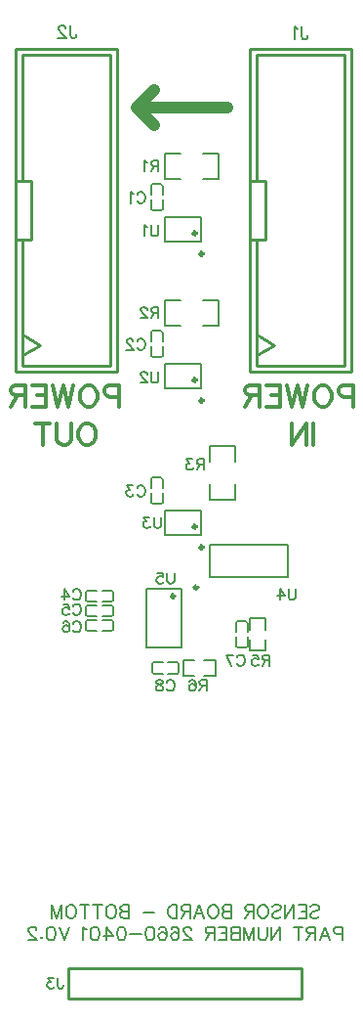
<source format=gbo>
G04 Layer: BottomSilkscreenLayer*
G04 EasyEDA v6.5.42, 2024-03-10 10:04:45*
G04 fe9a7845ffe14e3b902077880b4d51a8,5a6b42c53f6a479593ecc07194224c93,10*
G04 Gerber Generator version 0.2*
G04 Scale: 100 percent, Rotated: No, Reflected: No *
G04 Dimensions in millimeters *
G04 leading zeros omitted , absolute positions ,4 integer and 5 decimal *
%FSLAX45Y45*%
%MOMM*%

%ADD10C,0.1524*%
%ADD11C,0.2032*%
%ADD12C,0.3000*%
%ADD13C,1.0000*%
%ADD14C,0.2540*%
%ADD15C,0.0104*%

%LPD*%
D10*
X1074818Y6605981D02*
G01*
X1079362Y6615071D01*
X1088453Y6624162D01*
X1097546Y6628709D01*
X1115728Y6628709D01*
X1124818Y6624162D01*
X1133909Y6615071D01*
X1138453Y6605981D01*
X1143000Y6592346D01*
X1143000Y6569618D01*
X1138453Y6555981D01*
X1133909Y6546890D01*
X1124818Y6537799D01*
X1115728Y6533253D01*
X1097546Y6533253D01*
X1088453Y6537799D01*
X1079362Y6546890D01*
X1074818Y6555981D01*
X999363Y6628709D02*
G01*
X1044818Y6565071D01*
X976637Y6565071D01*
X999363Y6628709D02*
G01*
X999363Y6533253D01*
D11*
X3416300Y3702489D02*
G01*
X3416300Y3587945D01*
X3416300Y3702489D02*
G01*
X3367209Y3702489D01*
X3350846Y3697036D01*
X3345390Y3691582D01*
X3339937Y3680673D01*
X3339937Y3664308D01*
X3345390Y3653398D01*
X3350846Y3647945D01*
X3367209Y3642489D01*
X3416300Y3642489D01*
X3260300Y3702489D02*
G01*
X3303935Y3587945D01*
X3260300Y3702489D02*
G01*
X3216663Y3587945D01*
X3287572Y3626126D02*
G01*
X3233028Y3626126D01*
X3180664Y3702489D02*
G01*
X3180664Y3587945D01*
X3180664Y3702489D02*
G01*
X3131573Y3702489D01*
X3115210Y3697036D01*
X3109755Y3691582D01*
X3104301Y3680673D01*
X3104301Y3669764D01*
X3109755Y3658854D01*
X3115210Y3653398D01*
X3131573Y3647945D01*
X3180664Y3647945D01*
X3142482Y3647945D02*
G01*
X3104301Y3587945D01*
X3030118Y3702489D02*
G01*
X3030118Y3587945D01*
X3068299Y3702489D02*
G01*
X2991937Y3702489D01*
X2871937Y3702489D02*
G01*
X2871937Y3587945D01*
X2871937Y3702489D02*
G01*
X2795574Y3587945D01*
X2795574Y3702489D02*
G01*
X2795574Y3587945D01*
X2759572Y3702489D02*
G01*
X2759572Y3620673D01*
X2754119Y3604308D01*
X2743210Y3593398D01*
X2726847Y3587945D01*
X2715938Y3587945D01*
X2699572Y3593398D01*
X2688666Y3604308D01*
X2683210Y3620673D01*
X2683210Y3702489D01*
X2647210Y3702489D02*
G01*
X2647210Y3587945D01*
X2647210Y3702489D02*
G01*
X2603573Y3587945D01*
X2559938Y3702489D02*
G01*
X2603573Y3587945D01*
X2559938Y3702489D02*
G01*
X2559938Y3587945D01*
X2523937Y3702489D02*
G01*
X2523937Y3587945D01*
X2523937Y3702489D02*
G01*
X2474846Y3702489D01*
X2458483Y3697036D01*
X2453030Y3691582D01*
X2447574Y3680673D01*
X2447574Y3669764D01*
X2453030Y3658854D01*
X2458483Y3653398D01*
X2474846Y3647945D01*
X2523937Y3647945D02*
G01*
X2474846Y3647945D01*
X2458483Y3642489D01*
X2453030Y3637036D01*
X2447574Y3626126D01*
X2447574Y3609764D01*
X2453030Y3598854D01*
X2458483Y3593398D01*
X2474846Y3587945D01*
X2523937Y3587945D01*
X2411575Y3702489D02*
G01*
X2411575Y3587945D01*
X2411575Y3702489D02*
G01*
X2340665Y3702489D01*
X2411575Y3647945D02*
G01*
X2367937Y3647945D01*
X2411575Y3587945D02*
G01*
X2340665Y3587945D01*
X2304666Y3702489D02*
G01*
X2304666Y3587945D01*
X2304666Y3702489D02*
G01*
X2255575Y3702489D01*
X2239210Y3697036D01*
X2233757Y3691582D01*
X2228301Y3680673D01*
X2228301Y3669764D01*
X2233757Y3658854D01*
X2239210Y3653398D01*
X2255575Y3647945D01*
X2304666Y3647945D01*
X2266485Y3647945D02*
G01*
X2228301Y3587945D01*
X2102848Y3675217D02*
G01*
X2102848Y3680673D01*
X2097392Y3691582D01*
X2091938Y3697036D01*
X2081029Y3702489D01*
X2059211Y3702489D01*
X2048301Y3697036D01*
X2042848Y3691582D01*
X2037392Y3680673D01*
X2037392Y3669764D01*
X2042848Y3658854D01*
X2053757Y3642489D01*
X2108301Y3587945D01*
X2031939Y3587945D01*
X1930483Y3686126D02*
G01*
X1935939Y3697036D01*
X1952302Y3702489D01*
X1963211Y3702489D01*
X1979574Y3697036D01*
X1990483Y3680673D01*
X1995939Y3653398D01*
X1995939Y3626126D01*
X1990483Y3604308D01*
X1979574Y3593398D01*
X1963211Y3587945D01*
X1957758Y3587945D01*
X1941393Y3593398D01*
X1930483Y3604308D01*
X1925030Y3620673D01*
X1925030Y3626126D01*
X1930483Y3642489D01*
X1941393Y3653398D01*
X1957758Y3658854D01*
X1963211Y3658854D01*
X1979574Y3653398D01*
X1990483Y3642489D01*
X1995939Y3626126D01*
X1823575Y3686126D02*
G01*
X1829031Y3697036D01*
X1845393Y3702489D01*
X1856303Y3702489D01*
X1872665Y3697036D01*
X1883575Y3680673D01*
X1889031Y3653398D01*
X1889031Y3626126D01*
X1883575Y3604308D01*
X1872665Y3593398D01*
X1856303Y3587945D01*
X1850849Y3587945D01*
X1834484Y3593398D01*
X1823575Y3604308D01*
X1818121Y3620673D01*
X1818121Y3626126D01*
X1823575Y3642489D01*
X1834484Y3653398D01*
X1850849Y3658854D01*
X1856303Y3658854D01*
X1872665Y3653398D01*
X1883575Y3642489D01*
X1889031Y3626126D01*
X1749394Y3702489D02*
G01*
X1765757Y3697036D01*
X1776666Y3680673D01*
X1782122Y3653398D01*
X1782122Y3637036D01*
X1776666Y3609764D01*
X1765757Y3593398D01*
X1749394Y3587945D01*
X1738485Y3587945D01*
X1722122Y3593398D01*
X1711213Y3609764D01*
X1705757Y3637036D01*
X1705757Y3653398D01*
X1711213Y3680673D01*
X1722122Y3697036D01*
X1738485Y3702489D01*
X1749394Y3702489D01*
X1669757Y3637036D02*
G01*
X1571576Y3637036D01*
X1502849Y3702489D02*
G01*
X1519212Y3697036D01*
X1530121Y3680673D01*
X1535577Y3653398D01*
X1535577Y3637036D01*
X1530121Y3609764D01*
X1519212Y3593398D01*
X1502849Y3587945D01*
X1491940Y3587945D01*
X1475577Y3593398D01*
X1464668Y3609764D01*
X1459212Y3637036D01*
X1459212Y3653398D01*
X1464668Y3680673D01*
X1475577Y3697036D01*
X1491940Y3702489D01*
X1502849Y3702489D01*
X1368668Y3702489D02*
G01*
X1423212Y3626126D01*
X1341394Y3626126D01*
X1368668Y3702489D02*
G01*
X1368668Y3587945D01*
X1272666Y3702489D02*
G01*
X1289032Y3697036D01*
X1299941Y3680673D01*
X1305394Y3653398D01*
X1305394Y3637036D01*
X1299941Y3609764D01*
X1289032Y3593398D01*
X1272666Y3587945D01*
X1261757Y3587945D01*
X1245395Y3593398D01*
X1234485Y3609764D01*
X1229032Y3637036D01*
X1229032Y3653398D01*
X1234485Y3680673D01*
X1245395Y3697036D01*
X1261757Y3702489D01*
X1272666Y3702489D01*
X1193032Y3680673D02*
G01*
X1182123Y3686126D01*
X1165758Y3702489D01*
X1165758Y3587945D01*
X1045758Y3702489D02*
G01*
X1002123Y3587945D01*
X958486Y3702489D02*
G01*
X1002123Y3587945D01*
X889759Y3702489D02*
G01*
X906122Y3697036D01*
X917031Y3680673D01*
X922487Y3653398D01*
X922487Y3637036D01*
X917031Y3609764D01*
X906122Y3593398D01*
X889759Y3587945D01*
X878850Y3587945D01*
X862487Y3593398D01*
X851578Y3609764D01*
X846122Y3637036D01*
X846122Y3653398D01*
X851578Y3680673D01*
X862487Y3697036D01*
X878850Y3702489D01*
X889759Y3702489D01*
X804669Y3615217D02*
G01*
X810122Y3609764D01*
X804669Y3604308D01*
X799213Y3609764D01*
X804669Y3615217D01*
X757760Y3675217D02*
G01*
X757760Y3680673D01*
X752304Y3691582D01*
X746851Y3697036D01*
X735942Y3702489D01*
X714123Y3702489D01*
X703214Y3697036D01*
X697760Y3691582D01*
X692304Y3680673D01*
X692304Y3669764D01*
X697760Y3658854D01*
X708670Y3642489D01*
X763214Y3587945D01*
X686851Y3587945D01*
X3136737Y3876626D02*
G01*
X3147646Y3887536D01*
X3164009Y3892989D01*
X3185828Y3892989D01*
X3202190Y3887536D01*
X3213100Y3876626D01*
X3213100Y3865717D01*
X3207646Y3854808D01*
X3202190Y3849354D01*
X3191281Y3843898D01*
X3158553Y3832989D01*
X3147646Y3827536D01*
X3142190Y3822082D01*
X3136737Y3811173D01*
X3136737Y3794808D01*
X3147646Y3783898D01*
X3164009Y3778445D01*
X3185828Y3778445D01*
X3202190Y3783898D01*
X3213100Y3794808D01*
X3100735Y3892989D02*
G01*
X3100735Y3778445D01*
X3100735Y3892989D02*
G01*
X3029828Y3892989D01*
X3100735Y3838445D02*
G01*
X3057100Y3838445D01*
X3100735Y3778445D02*
G01*
X3029828Y3778445D01*
X2993826Y3892989D02*
G01*
X2993826Y3778445D01*
X2993826Y3892989D02*
G01*
X2917464Y3778445D01*
X2917464Y3892989D02*
G01*
X2917464Y3778445D01*
X2805099Y3876626D02*
G01*
X2816009Y3887536D01*
X2832374Y3892989D01*
X2854190Y3892989D01*
X2870555Y3887536D01*
X2881464Y3876626D01*
X2881464Y3865717D01*
X2876008Y3854808D01*
X2870555Y3849354D01*
X2859646Y3843898D01*
X2826918Y3832989D01*
X2816009Y3827536D01*
X2810555Y3822082D01*
X2805099Y3811173D01*
X2805099Y3794808D01*
X2816009Y3783898D01*
X2832374Y3778445D01*
X2854190Y3778445D01*
X2870555Y3783898D01*
X2881464Y3794808D01*
X2736372Y3892989D02*
G01*
X2747281Y3887536D01*
X2758191Y3876626D01*
X2763647Y3865717D01*
X2769100Y3849354D01*
X2769100Y3822082D01*
X2763647Y3805717D01*
X2758191Y3794808D01*
X2747281Y3783898D01*
X2736372Y3778445D01*
X2714556Y3778445D01*
X2703647Y3783898D01*
X2692737Y3794808D01*
X2687281Y3805717D01*
X2681828Y3822082D01*
X2681828Y3849354D01*
X2687281Y3865717D01*
X2692737Y3876626D01*
X2703647Y3887536D01*
X2714556Y3892989D01*
X2736372Y3892989D01*
X2645829Y3892989D02*
G01*
X2645829Y3778445D01*
X2645829Y3892989D02*
G01*
X2596738Y3892989D01*
X2580373Y3887536D01*
X2574919Y3882082D01*
X2569463Y3871173D01*
X2569463Y3860264D01*
X2574919Y3849354D01*
X2580373Y3843898D01*
X2596738Y3838445D01*
X2645829Y3838445D01*
X2607647Y3838445D02*
G01*
X2569463Y3778445D01*
X2449464Y3892989D02*
G01*
X2449464Y3778445D01*
X2449464Y3892989D02*
G01*
X2400373Y3892989D01*
X2384010Y3887536D01*
X2378555Y3882082D01*
X2373101Y3871173D01*
X2373101Y3860264D01*
X2378555Y3849354D01*
X2384010Y3843898D01*
X2400373Y3838445D01*
X2449464Y3838445D02*
G01*
X2400373Y3838445D01*
X2384010Y3832989D01*
X2378555Y3827536D01*
X2373101Y3816626D01*
X2373101Y3800264D01*
X2378555Y3789354D01*
X2384010Y3783898D01*
X2400373Y3778445D01*
X2449464Y3778445D01*
X2304374Y3892989D02*
G01*
X2315283Y3887536D01*
X2326192Y3876626D01*
X2331646Y3865717D01*
X2337102Y3849354D01*
X2337102Y3822082D01*
X2331646Y3805717D01*
X2326192Y3794808D01*
X2315283Y3783898D01*
X2304374Y3778445D01*
X2282555Y3778445D01*
X2271646Y3783898D01*
X2260737Y3794808D01*
X2255283Y3805717D01*
X2249830Y3822082D01*
X2249830Y3849354D01*
X2255283Y3865717D01*
X2260737Y3876626D01*
X2271646Y3887536D01*
X2282555Y3892989D01*
X2304374Y3892989D01*
X2170193Y3892989D02*
G01*
X2213828Y3778445D01*
X2170193Y3892989D02*
G01*
X2126556Y3778445D01*
X2197465Y3816626D02*
G01*
X2142919Y3816626D01*
X2090557Y3892989D02*
G01*
X2090557Y3778445D01*
X2090557Y3892989D02*
G01*
X2041466Y3892989D01*
X2025101Y3887536D01*
X2019647Y3882082D01*
X2014192Y3871173D01*
X2014192Y3860264D01*
X2019647Y3849354D01*
X2025101Y3843898D01*
X2041466Y3838445D01*
X2090557Y3838445D01*
X2052375Y3838445D02*
G01*
X2014192Y3778445D01*
X1978192Y3892989D02*
G01*
X1978192Y3778445D01*
X1978192Y3892989D02*
G01*
X1940011Y3892989D01*
X1923648Y3887536D01*
X1912739Y3876626D01*
X1907283Y3865717D01*
X1901830Y3849354D01*
X1901830Y3822082D01*
X1907283Y3805717D01*
X1912739Y3794808D01*
X1923648Y3783898D01*
X1940011Y3778445D01*
X1978192Y3778445D01*
X1781830Y3827536D02*
G01*
X1683649Y3827536D01*
X1563649Y3892989D02*
G01*
X1563649Y3778445D01*
X1563649Y3892989D02*
G01*
X1514558Y3892989D01*
X1498193Y3887536D01*
X1492740Y3882082D01*
X1487284Y3871173D01*
X1487284Y3860264D01*
X1492740Y3849354D01*
X1498193Y3843898D01*
X1514558Y3838445D01*
X1563649Y3838445D02*
G01*
X1514558Y3838445D01*
X1498193Y3832989D01*
X1492740Y3827536D01*
X1487284Y3816626D01*
X1487284Y3800264D01*
X1492740Y3789354D01*
X1498193Y3783898D01*
X1514558Y3778445D01*
X1563649Y3778445D01*
X1418556Y3892989D02*
G01*
X1429466Y3887536D01*
X1440375Y3876626D01*
X1445831Y3865717D01*
X1451284Y3849354D01*
X1451284Y3822082D01*
X1445831Y3805717D01*
X1440375Y3794808D01*
X1429466Y3783898D01*
X1418556Y3778445D01*
X1396740Y3778445D01*
X1385831Y3783898D01*
X1374922Y3794808D01*
X1369466Y3805717D01*
X1364013Y3822082D01*
X1364013Y3849354D01*
X1369466Y3865717D01*
X1374922Y3876626D01*
X1385831Y3887536D01*
X1396740Y3892989D01*
X1418556Y3892989D01*
X1289832Y3892989D02*
G01*
X1289832Y3778445D01*
X1328013Y3892989D02*
G01*
X1251648Y3892989D01*
X1177467Y3892989D02*
G01*
X1177467Y3778445D01*
X1215649Y3892989D02*
G01*
X1139286Y3892989D01*
X1070559Y3892989D02*
G01*
X1081468Y3887536D01*
X1092377Y3876626D01*
X1097831Y3865717D01*
X1103287Y3849354D01*
X1103287Y3822082D01*
X1097831Y3805717D01*
X1092377Y3794808D01*
X1081468Y3783898D01*
X1070559Y3778445D01*
X1048740Y3778445D01*
X1037831Y3783898D01*
X1026922Y3794808D01*
X1021468Y3805717D01*
X1016012Y3822082D01*
X1016012Y3849354D01*
X1021468Y3865717D01*
X1026922Y3876626D01*
X1037831Y3887536D01*
X1048740Y3892989D01*
X1070559Y3892989D01*
X980013Y3892989D02*
G01*
X980013Y3778445D01*
X980013Y3892989D02*
G01*
X936376Y3778445D01*
X892741Y3892989D02*
G01*
X936376Y3778445D01*
X892741Y3892989D02*
G01*
X892741Y3778445D01*
D12*
X1473200Y8393318D02*
G01*
X1473200Y8202409D01*
X1473200Y8393318D02*
G01*
X1391381Y8393318D01*
X1364109Y8384227D01*
X1355018Y8375136D01*
X1345928Y8356953D01*
X1345928Y8329681D01*
X1355018Y8311499D01*
X1364109Y8302409D01*
X1391381Y8293318D01*
X1473200Y8293318D01*
X1231381Y8393318D02*
G01*
X1249563Y8384227D01*
X1267747Y8366046D01*
X1276837Y8347862D01*
X1285928Y8320590D01*
X1285928Y8275137D01*
X1276837Y8247862D01*
X1267747Y8229681D01*
X1249563Y8211499D01*
X1231381Y8202409D01*
X1195019Y8202409D01*
X1176837Y8211499D01*
X1158654Y8229681D01*
X1149563Y8247862D01*
X1140472Y8275137D01*
X1140472Y8320590D01*
X1149563Y8347862D01*
X1158654Y8366046D01*
X1176837Y8384227D01*
X1195019Y8393318D01*
X1231381Y8393318D01*
X1080472Y8393318D02*
G01*
X1035019Y8202409D01*
X989563Y8393318D02*
G01*
X1035019Y8202409D01*
X989563Y8393318D02*
G01*
X944110Y8202409D01*
X898654Y8393318D02*
G01*
X944110Y8202409D01*
X838654Y8393318D02*
G01*
X838654Y8202409D01*
X838654Y8393318D02*
G01*
X720473Y8393318D01*
X838654Y8302409D02*
G01*
X765929Y8302409D01*
X838654Y8202409D02*
G01*
X720473Y8202409D01*
X660473Y8393318D02*
G01*
X660473Y8202409D01*
X660473Y8393318D02*
G01*
X578655Y8393318D01*
X551383Y8384227D01*
X542292Y8375136D01*
X533201Y8356953D01*
X533201Y8338771D01*
X542292Y8320590D01*
X551383Y8311499D01*
X578655Y8302409D01*
X660473Y8302409D01*
X596839Y8302409D02*
G01*
X533201Y8202409D01*
X1215453Y8063118D02*
G01*
X1233637Y8054027D01*
X1251818Y8035846D01*
X1260909Y8017662D01*
X1270000Y7990390D01*
X1270000Y7944937D01*
X1260909Y7917662D01*
X1251818Y7899481D01*
X1233637Y7881299D01*
X1215453Y7872209D01*
X1179090Y7872209D01*
X1160909Y7881299D01*
X1142728Y7899481D01*
X1133637Y7917662D01*
X1124546Y7944937D01*
X1124546Y7990390D01*
X1133637Y8017662D01*
X1142728Y8035846D01*
X1160909Y8054027D01*
X1179090Y8063118D01*
X1215453Y8063118D01*
X1064547Y8063118D02*
G01*
X1064547Y7926753D01*
X1055453Y7899481D01*
X1037272Y7881299D01*
X1010000Y7872209D01*
X991819Y7872209D01*
X964547Y7881299D01*
X946363Y7899481D01*
X937272Y7926753D01*
X937272Y8063118D01*
X813638Y8063118D02*
G01*
X813638Y7872209D01*
X877272Y8063118D02*
G01*
X750001Y8063118D01*
X3162300Y8063118D02*
G01*
X3162300Y7872209D01*
X3102300Y8063118D02*
G01*
X3102300Y7872209D01*
X3102300Y8063118D02*
G01*
X2975028Y7872209D01*
X2975028Y8063118D02*
G01*
X2975028Y7872209D01*
X3505200Y8393318D02*
G01*
X3505200Y8202409D01*
X3505200Y8393318D02*
G01*
X3423381Y8393318D01*
X3396109Y8384227D01*
X3387018Y8375136D01*
X3377928Y8356953D01*
X3377928Y8329681D01*
X3387018Y8311499D01*
X3396109Y8302409D01*
X3423381Y8293318D01*
X3505200Y8293318D01*
X3263381Y8393318D02*
G01*
X3281563Y8384227D01*
X3299747Y8366046D01*
X3308837Y8347862D01*
X3317928Y8320590D01*
X3317928Y8275137D01*
X3308837Y8247862D01*
X3299747Y8229681D01*
X3281563Y8211499D01*
X3263381Y8202409D01*
X3227019Y8202409D01*
X3208837Y8211499D01*
X3190654Y8229681D01*
X3181563Y8247862D01*
X3172472Y8275137D01*
X3172472Y8320590D01*
X3181563Y8347862D01*
X3190654Y8366046D01*
X3208837Y8384227D01*
X3227019Y8393318D01*
X3263381Y8393318D01*
X3112472Y8393318D02*
G01*
X3067019Y8202409D01*
X3021563Y8393318D02*
G01*
X3067019Y8202409D01*
X3021563Y8393318D02*
G01*
X2976110Y8202409D01*
X2930654Y8393318D02*
G01*
X2976110Y8202409D01*
X2870654Y8393318D02*
G01*
X2870654Y8202409D01*
X2870654Y8393318D02*
G01*
X2752473Y8393318D01*
X2870654Y8302409D02*
G01*
X2797929Y8302409D01*
X2870654Y8202409D02*
G01*
X2752473Y8202409D01*
X2692473Y8393318D02*
G01*
X2692473Y8202409D01*
X2692473Y8393318D02*
G01*
X2610655Y8393318D01*
X2583383Y8384227D01*
X2574292Y8375136D01*
X2565201Y8356953D01*
X2565201Y8338771D01*
X2574292Y8320590D01*
X2583383Y8311499D01*
X2610655Y8302409D01*
X2692473Y8302409D01*
X2628839Y8302409D02*
G01*
X2565201Y8202409D01*
D10*
X945146Y3263209D02*
G01*
X945146Y3190481D01*
X949690Y3176846D01*
X954237Y3172299D01*
X963328Y3167753D01*
X972418Y3167753D01*
X981509Y3172299D01*
X986053Y3176846D01*
X990600Y3190481D01*
X990600Y3199571D01*
X906053Y3263209D02*
G01*
X856053Y3263209D01*
X883328Y3226846D01*
X869690Y3226846D01*
X860600Y3222299D01*
X856053Y3217753D01*
X851509Y3204118D01*
X851509Y3195027D01*
X856053Y3181390D01*
X865146Y3172299D01*
X878781Y3167753D01*
X892418Y3167753D01*
X906053Y3172299D01*
X910600Y3176846D01*
X915146Y3185937D01*
X1887618Y5818581D02*
G01*
X1892162Y5827671D01*
X1901253Y5836762D01*
X1910346Y5841309D01*
X1928528Y5841309D01*
X1937618Y5836762D01*
X1946709Y5827671D01*
X1951253Y5818581D01*
X1955800Y5804946D01*
X1955800Y5782218D01*
X1951253Y5768581D01*
X1946709Y5759490D01*
X1937618Y5750399D01*
X1928528Y5745853D01*
X1910346Y5745853D01*
X1901253Y5750399D01*
X1892162Y5759490D01*
X1887618Y5768581D01*
X1834890Y5841309D02*
G01*
X1848528Y5836762D01*
X1853072Y5827671D01*
X1853072Y5818581D01*
X1848528Y5809490D01*
X1839437Y5804946D01*
X1821253Y5800399D01*
X1807618Y5795853D01*
X1798528Y5786762D01*
X1793981Y5777671D01*
X1793981Y5764037D01*
X1798528Y5754946D01*
X1803072Y5750399D01*
X1816709Y5745853D01*
X1834890Y5745853D01*
X1848528Y5750399D01*
X1853072Y5754946D01*
X1857618Y5764037D01*
X1857618Y5777671D01*
X1853072Y5786762D01*
X1843981Y5795853D01*
X1830346Y5800399D01*
X1812163Y5804946D01*
X1803072Y5809490D01*
X1798528Y5818581D01*
X1798528Y5827671D01*
X1803072Y5836762D01*
X1816709Y5841309D01*
X1834890Y5841309D01*
X2497218Y6034481D02*
G01*
X2501762Y6043571D01*
X2510853Y6052662D01*
X2519946Y6057209D01*
X2538128Y6057209D01*
X2547218Y6052662D01*
X2556309Y6043571D01*
X2560853Y6034481D01*
X2565400Y6020846D01*
X2565400Y5998118D01*
X2560853Y5984481D01*
X2556309Y5975390D01*
X2547218Y5966299D01*
X2538128Y5961753D01*
X2519946Y5961753D01*
X2510853Y5966299D01*
X2501762Y5975390D01*
X2497218Y5984481D01*
X2403581Y6057209D02*
G01*
X2449037Y5961753D01*
X2467218Y6057209D02*
G01*
X2403581Y6057209D01*
X1074869Y6474155D02*
G01*
X1079413Y6483245D01*
X1088504Y6492336D01*
X1097597Y6496883D01*
X1115778Y6496883D01*
X1124869Y6492336D01*
X1133960Y6483245D01*
X1138504Y6474155D01*
X1143050Y6460520D01*
X1143050Y6437792D01*
X1138504Y6424155D01*
X1133960Y6415064D01*
X1124869Y6405973D01*
X1115778Y6401427D01*
X1097597Y6401427D01*
X1088504Y6405973D01*
X1079413Y6415064D01*
X1074869Y6424155D01*
X990323Y6496883D02*
G01*
X1035778Y6496883D01*
X1040323Y6455973D01*
X1035778Y6460520D01*
X1022141Y6465064D01*
X1008504Y6465064D01*
X994869Y6460520D01*
X985779Y6451427D01*
X981232Y6437792D01*
X981232Y6428701D01*
X985779Y6415064D01*
X994869Y6405973D01*
X1008504Y6401427D01*
X1022141Y6401427D01*
X1035778Y6405973D01*
X1040323Y6410520D01*
X1044869Y6419611D01*
X1074818Y6326581D02*
G01*
X1079362Y6335671D01*
X1088453Y6344762D01*
X1097546Y6349309D01*
X1115728Y6349309D01*
X1124818Y6344762D01*
X1133909Y6335671D01*
X1138453Y6326581D01*
X1143000Y6312946D01*
X1143000Y6290218D01*
X1138453Y6276581D01*
X1133909Y6267490D01*
X1124818Y6258399D01*
X1115728Y6253853D01*
X1097546Y6253853D01*
X1088453Y6258399D01*
X1079362Y6267490D01*
X1074818Y6276581D01*
X990272Y6335671D02*
G01*
X994818Y6344762D01*
X1008453Y6349309D01*
X1017546Y6349309D01*
X1031181Y6344762D01*
X1040272Y6331127D01*
X1044818Y6308399D01*
X1044818Y6285671D01*
X1040272Y6267490D01*
X1031181Y6258399D01*
X1017546Y6253853D01*
X1013000Y6253853D01*
X999363Y6258399D01*
X990272Y6267490D01*
X985728Y6281127D01*
X985728Y6285671D01*
X990272Y6299309D01*
X999363Y6308399D01*
X1013000Y6312946D01*
X1017546Y6312946D01*
X1031181Y6308399D01*
X1040272Y6299309D01*
X1044818Y6285671D01*
X1841500Y7251009D02*
G01*
X1841500Y7182827D01*
X1836953Y7169190D01*
X1827862Y7160099D01*
X1814228Y7155553D01*
X1805137Y7155553D01*
X1791500Y7160099D01*
X1782409Y7169190D01*
X1777862Y7182827D01*
X1777862Y7251009D01*
X1738772Y7251009D02*
G01*
X1688772Y7251009D01*
X1716046Y7214646D01*
X1702409Y7214646D01*
X1693318Y7210099D01*
X1688772Y7205553D01*
X1684228Y7191918D01*
X1684228Y7182827D01*
X1688772Y7169190D01*
X1697863Y7160099D01*
X1711500Y7155553D01*
X1725137Y7155553D01*
X1738772Y7160099D01*
X1743318Y7164646D01*
X1747862Y7173737D01*
X2214372Y7754183D02*
G01*
X2214372Y7658727D01*
X2214372Y7754183D02*
G01*
X2173462Y7754183D01*
X2159825Y7749636D01*
X2155281Y7745092D01*
X2150734Y7736001D01*
X2150734Y7726911D01*
X2155281Y7717820D01*
X2159825Y7713273D01*
X2173462Y7708727D01*
X2214372Y7708727D01*
X2182553Y7708727D02*
G01*
X2150734Y7658727D01*
X2111644Y7754183D02*
G01*
X2061644Y7754183D01*
X2088918Y7717820D01*
X2075281Y7717820D01*
X2066190Y7713273D01*
X2061644Y7708727D01*
X2057100Y7695092D01*
X2057100Y7686001D01*
X2061644Y7672364D01*
X2070734Y7663273D01*
X2084372Y7658727D01*
X2098009Y7658727D01*
X2111644Y7663273D01*
X2116190Y7667820D01*
X2120734Y7676911D01*
X1816100Y9778309D02*
G01*
X1816100Y9710127D01*
X1811553Y9696490D01*
X1802462Y9687399D01*
X1788828Y9682853D01*
X1779737Y9682853D01*
X1766100Y9687399D01*
X1757009Y9696490D01*
X1752462Y9710127D01*
X1752462Y9778309D01*
X1722462Y9760127D02*
G01*
X1713372Y9764671D01*
X1699737Y9778309D01*
X1699737Y9682853D01*
X1816100Y10337109D02*
G01*
X1816100Y10241653D01*
X1816100Y10337109D02*
G01*
X1775190Y10337109D01*
X1761553Y10332562D01*
X1757009Y10328018D01*
X1752462Y10318927D01*
X1752462Y10309837D01*
X1757009Y10300746D01*
X1761553Y10296199D01*
X1775190Y10291653D01*
X1816100Y10291653D01*
X1784281Y10291653D02*
G01*
X1752462Y10241653D01*
X1722462Y10318927D02*
G01*
X1713372Y10323471D01*
X1699737Y10337109D01*
X1699737Y10241653D01*
X1816100Y9067109D02*
G01*
X1816100Y8971653D01*
X1816100Y9067109D02*
G01*
X1775190Y9067109D01*
X1761553Y9062562D01*
X1757009Y9058018D01*
X1752462Y9048927D01*
X1752462Y9039837D01*
X1757009Y9030746D01*
X1761553Y9026199D01*
X1775190Y9021653D01*
X1816100Y9021653D01*
X1784281Y9021653D02*
G01*
X1752462Y8971653D01*
X1717918Y9044381D02*
G01*
X1717918Y9048927D01*
X1713372Y9058018D01*
X1708828Y9062562D01*
X1699737Y9067109D01*
X1681553Y9067109D01*
X1672463Y9062562D01*
X1667918Y9058018D01*
X1663372Y9048927D01*
X1663372Y9039837D01*
X1667918Y9030746D01*
X1677009Y9017109D01*
X1722462Y8971653D01*
X1658828Y8971653D01*
X1816100Y8508309D02*
G01*
X1816100Y8440127D01*
X1811553Y8426490D01*
X1802462Y8417399D01*
X1788828Y8412853D01*
X1779737Y8412853D01*
X1766100Y8417399D01*
X1757009Y8426490D01*
X1752462Y8440127D01*
X1752462Y8508309D01*
X1717918Y8485581D02*
G01*
X1717918Y8490127D01*
X1713372Y8499218D01*
X1708828Y8503762D01*
X1699737Y8508309D01*
X1681553Y8508309D01*
X1672463Y8503762D01*
X1667918Y8499218D01*
X1663372Y8490127D01*
X1663372Y8481037D01*
X1667918Y8471946D01*
X1677009Y8458309D01*
X1722462Y8412853D01*
X1658828Y8412853D01*
X1052944Y11507238D02*
G01*
X1052944Y11424112D01*
X1058141Y11408524D01*
X1063335Y11403329D01*
X1073726Y11398135D01*
X1084117Y11398135D01*
X1094508Y11403329D01*
X1099705Y11408524D01*
X1104900Y11424112D01*
X1104900Y11434503D01*
X1013459Y11481262D02*
G01*
X1013459Y11486456D01*
X1008265Y11496847D01*
X1003068Y11502044D01*
X992677Y11507238D01*
X971895Y11507238D01*
X961504Y11502044D01*
X956309Y11496847D01*
X951115Y11486456D01*
X951115Y11476065D01*
X956309Y11465674D01*
X966701Y11450088D01*
X1018654Y11398135D01*
X945918Y11398135D01*
X3059544Y11494538D02*
G01*
X3059544Y11411412D01*
X3064741Y11395824D01*
X3069935Y11390629D01*
X3080326Y11385435D01*
X3090717Y11385435D01*
X3101108Y11390629D01*
X3106305Y11395824D01*
X3111500Y11411412D01*
X3111500Y11421803D01*
X3025254Y11473756D02*
G01*
X3014865Y11478953D01*
X2999277Y11494538D01*
X2999277Y11385435D01*
X3009366Y6631934D02*
G01*
X3009366Y6563753D01*
X3004820Y6550116D01*
X2995729Y6541025D01*
X2982094Y6536479D01*
X2973003Y6536479D01*
X2959366Y6541025D01*
X2950276Y6550116D01*
X2945729Y6563753D01*
X2945729Y6631934D01*
X2870276Y6631934D02*
G01*
X2915729Y6568297D01*
X2847548Y6568297D01*
X2870276Y6631934D02*
G01*
X2870276Y6536479D01*
X2781300Y6057137D02*
G01*
X2781300Y5961634D01*
X2781300Y6057137D02*
G01*
X2740406Y6057137D01*
X2726690Y6052565D01*
X2722118Y6047994D01*
X2717545Y6039104D01*
X2717545Y6029960D01*
X2722118Y6020815D01*
X2726690Y6016244D01*
X2740406Y6011671D01*
X2781300Y6011671D01*
X2749550Y6011671D02*
G01*
X2717545Y5961634D01*
X2633218Y6057137D02*
G01*
X2678684Y6057137D01*
X2683002Y6016244D01*
X2678684Y6020815D01*
X2664968Y6025387D01*
X2651252Y6025387D01*
X2637790Y6020815D01*
X2628645Y6011671D01*
X2624074Y5998210D01*
X2624074Y5989065D01*
X2628645Y5975350D01*
X2637790Y5966205D01*
X2651252Y5961634D01*
X2664968Y5961634D01*
X2678684Y5966205D01*
X2683002Y5970778D01*
X2687574Y5979921D01*
X2235200Y5841237D02*
G01*
X2235200Y5745734D01*
X2235200Y5841237D02*
G01*
X2194306Y5841237D01*
X2180590Y5836665D01*
X2176018Y5832094D01*
X2171445Y5823204D01*
X2171445Y5814060D01*
X2176018Y5804915D01*
X2180590Y5800344D01*
X2194306Y5795771D01*
X2235200Y5795771D01*
X2203450Y5795771D02*
G01*
X2171445Y5745734D01*
X2087118Y5827776D02*
G01*
X2091690Y5836665D01*
X2105152Y5841237D01*
X2114295Y5841237D01*
X2128011Y5836665D01*
X2136902Y5823204D01*
X2141474Y5800344D01*
X2141474Y5777737D01*
X2136902Y5759450D01*
X2128011Y5750305D01*
X2114295Y5745734D01*
X2109724Y5745734D01*
X2096008Y5750305D01*
X2087118Y5759450D01*
X2082545Y5773165D01*
X2082545Y5777737D01*
X2087118Y5791200D01*
X2096008Y5800344D01*
X2109724Y5804915D01*
X2114295Y5804915D01*
X2128011Y5800344D01*
X2136902Y5791200D01*
X2141474Y5777737D01*
X1632958Y7502245D02*
G01*
X1637502Y7511336D01*
X1646593Y7520426D01*
X1655686Y7524973D01*
X1673867Y7524973D01*
X1682958Y7520426D01*
X1692048Y7511336D01*
X1696593Y7502245D01*
X1701139Y7488610D01*
X1701139Y7465882D01*
X1696593Y7452245D01*
X1692048Y7443155D01*
X1682958Y7434064D01*
X1673867Y7429517D01*
X1655686Y7429517D01*
X1646593Y7434064D01*
X1637502Y7443155D01*
X1632958Y7452245D01*
X1593867Y7524973D02*
G01*
X1543867Y7524973D01*
X1571139Y7488610D01*
X1557502Y7488610D01*
X1548411Y7484064D01*
X1543867Y7479517D01*
X1539321Y7465882D01*
X1539321Y7456792D01*
X1543867Y7443155D01*
X1552958Y7434064D01*
X1566593Y7429517D01*
X1580230Y7429517D01*
X1593867Y7434064D01*
X1598411Y7438610D01*
X1602958Y7447701D01*
X1632958Y10042245D02*
G01*
X1637502Y10051336D01*
X1646593Y10060426D01*
X1655686Y10064973D01*
X1673867Y10064973D01*
X1682958Y10060426D01*
X1692048Y10051336D01*
X1696593Y10042245D01*
X1701139Y10028610D01*
X1701139Y10005882D01*
X1696593Y9992245D01*
X1692048Y9983155D01*
X1682958Y9974064D01*
X1673867Y9969517D01*
X1655686Y9969517D01*
X1646593Y9974064D01*
X1637502Y9983155D01*
X1632958Y9992245D01*
X1602958Y10046792D02*
G01*
X1593867Y10051336D01*
X1580230Y10064973D01*
X1580230Y9969517D01*
X1632958Y8772245D02*
G01*
X1637502Y8781336D01*
X1646593Y8790426D01*
X1655686Y8794973D01*
X1673867Y8794973D01*
X1682958Y8790426D01*
X1692048Y8781336D01*
X1696593Y8772245D01*
X1701139Y8758610D01*
X1701139Y8735882D01*
X1696593Y8722245D01*
X1692048Y8713155D01*
X1682958Y8704064D01*
X1673867Y8699517D01*
X1655686Y8699517D01*
X1646593Y8704064D01*
X1637502Y8713155D01*
X1632958Y8722245D01*
X1598411Y8772245D02*
G01*
X1598411Y8776792D01*
X1593867Y8785882D01*
X1589321Y8790426D01*
X1580230Y8794973D01*
X1562049Y8794973D01*
X1552958Y8790426D01*
X1548411Y8785882D01*
X1543867Y8776792D01*
X1543867Y8767701D01*
X1548411Y8758610D01*
X1557502Y8744973D01*
X1602958Y8699517D01*
X1539321Y8699517D01*
X1955800Y6768409D02*
G01*
X1955800Y6700227D01*
X1951253Y6686590D01*
X1942162Y6677499D01*
X1928528Y6672953D01*
X1919437Y6672953D01*
X1905800Y6677499D01*
X1896709Y6686590D01*
X1892162Y6700227D01*
X1892162Y6768409D01*
X1807618Y6768409D02*
G01*
X1853072Y6768409D01*
X1857618Y6727499D01*
X1853072Y6732046D01*
X1839437Y6736590D01*
X1825800Y6736590D01*
X1812163Y6732046D01*
X1803072Y6722953D01*
X1798528Y6709318D01*
X1798528Y6700227D01*
X1803072Y6686590D01*
X1812163Y6677499D01*
X1825800Y6672953D01*
X1839437Y6672953D01*
X1853072Y6677499D01*
X1857618Y6682046D01*
X1862162Y6691137D01*
X1330723Y6615760D02*
G01*
X1409730Y6615760D01*
X1409730Y6516039D02*
G01*
X1330721Y6516042D01*
X1424970Y6600517D02*
G01*
X1424967Y6531279D01*
X1206469Y6516039D02*
G01*
X1285476Y6516039D01*
X1285478Y6615757D02*
G01*
X1206469Y6615760D01*
X1191232Y6600520D02*
G01*
X1191229Y6531282D01*
D13*
X1625600Y10795000D02*
G01*
X1778000Y10642600D01*
X1625600Y10795000D02*
G01*
X1778000Y10947400D01*
X2413000Y10795000D02*
G01*
X1625600Y10795000D01*
D10*
X1981230Y5893739D02*
G01*
X1902221Y5893739D01*
X1902221Y5993460D02*
G01*
X1981230Y5993460D01*
X1996470Y5978220D02*
G01*
X1996470Y5908979D01*
X1777969Y5893739D02*
G01*
X1856978Y5893739D01*
X1856978Y5993460D02*
G01*
X1777969Y5993460D01*
X1762729Y5978220D02*
G01*
X1762729Y5908979D01*
X2589860Y6337330D02*
G01*
X2589860Y6258321D01*
X2490139Y6258321D02*
G01*
X2490139Y6337330D01*
X2505379Y6352570D02*
G01*
X2574620Y6352570D01*
X2589860Y6134069D02*
G01*
X2589860Y6213078D01*
X2490139Y6213078D02*
G01*
X2490139Y6134069D01*
X2505379Y6118829D02*
G01*
X2574620Y6118829D01*
X1409730Y6389039D02*
G01*
X1330721Y6389039D01*
X1330721Y6488760D02*
G01*
X1409730Y6488760D01*
X1424970Y6473520D02*
G01*
X1424970Y6404279D01*
X1206469Y6389039D02*
G01*
X1285478Y6389039D01*
X1285478Y6488760D02*
G01*
X1206469Y6488760D01*
X1191229Y6473520D02*
G01*
X1191229Y6404279D01*
X1409730Y6262039D02*
G01*
X1330721Y6262039D01*
X1330721Y6361760D02*
G01*
X1409730Y6361760D01*
X1424970Y6346520D02*
G01*
X1424970Y6277279D01*
X1206469Y6262039D02*
G01*
X1285478Y6262039D01*
X1285478Y6361760D02*
G01*
X1206469Y6361760D01*
X1191229Y6346520D02*
G01*
X1191229Y6277279D01*
X2189619Y7093760D02*
G01*
X2189619Y7308039D01*
X1874380Y7308039D01*
X1874380Y7093760D01*
X2189619Y7093760D01*
X2482809Y7537579D02*
G01*
X2482809Y7401587D01*
X2266990Y7401587D01*
X2266990Y7537579D01*
X2482809Y7727820D02*
G01*
X2482809Y7863812D01*
X2266990Y7863812D01*
X2266990Y7727820D01*
X2189619Y9633760D02*
G01*
X2189619Y9848039D01*
X1874380Y9848039D01*
X1874380Y9633760D01*
X2189619Y9633760D01*
X2013079Y10179090D02*
G01*
X1877087Y10179090D01*
X1877087Y10394909D01*
X2013079Y10394909D01*
X2203320Y10179090D02*
G01*
X2339312Y10179090D01*
X2339312Y10394909D01*
X2203320Y10394909D01*
X2013079Y8909090D02*
G01*
X1877087Y8909090D01*
X1877087Y9124909D01*
X2013079Y9124909D01*
X2203320Y8909090D02*
G01*
X2339312Y8909090D01*
X2339312Y9124909D01*
X2203320Y9124909D01*
X2189619Y8363760D02*
G01*
X2189619Y8578039D01*
X1874380Y8578039D01*
X1874380Y8363760D01*
X2189619Y8363760D01*
D14*
X1455999Y8510005D02*
G01*
X1455999Y11301996D01*
X1455999Y11301994D02*
G01*
X576000Y11301996D01*
X576000Y11301996D02*
G01*
X576000Y8510005D01*
X576000Y8510005D02*
G01*
X1455999Y8510005D01*
X584200Y9652000D02*
G01*
X711200Y9652000D01*
X711200Y10160000D01*
X584200Y10160000D01*
X635000Y8559800D02*
G01*
X1397000Y8559800D01*
X1397000Y11252200D01*
X635000Y11252200D01*
X635000Y10160000D01*
X635000Y9652000D02*
G01*
X635000Y8559800D01*
X633872Y8653023D02*
G01*
X787400Y8737600D01*
X633872Y8830823D01*
X3487999Y8510005D02*
G01*
X3487999Y11301996D01*
X3487999Y11301994D02*
G01*
X2608000Y11301996D01*
X2608000Y11301996D02*
G01*
X2608000Y8510005D01*
X2608000Y8510005D02*
G01*
X3487999Y8510005D01*
X2616200Y9652000D02*
G01*
X2743200Y9652000D01*
X2743200Y10160000D01*
X2616200Y10160000D01*
X2667000Y8559800D02*
G01*
X3429000Y8559800D01*
X3429000Y11252200D01*
X2667000Y11252200D01*
X2667000Y10160000D01*
X2667000Y9652000D02*
G01*
X2667000Y8559800D01*
X2665872Y8653023D02*
G01*
X2819400Y8737600D01*
X2665872Y8830823D01*
D10*
X2263378Y6731060D02*
G01*
X2943621Y6731060D01*
X2943621Y7010339D01*
X2263378Y7010339D01*
X2263378Y6731060D01*
X2745760Y6193078D02*
G01*
X2745760Y6097191D01*
X2613639Y6097191D01*
X2613639Y6193078D01*
X2745760Y6278321D02*
G01*
X2745760Y6374208D01*
X2613639Y6374208D01*
X2613639Y6278321D01*
X2214321Y6009660D02*
G01*
X2310208Y6009660D01*
X2310208Y5877539D01*
X2214321Y5877539D01*
X2129078Y6009660D02*
G01*
X2033191Y6009660D01*
X2033191Y5877539D01*
X2129078Y5877539D01*
X1753539Y7502923D02*
G01*
X1753539Y7581930D01*
X1853260Y7581930D02*
G01*
X1853257Y7502921D01*
X1768782Y7597170D02*
G01*
X1838020Y7597167D01*
X1853260Y7378669D02*
G01*
X1853260Y7457676D01*
X1753542Y7457678D02*
G01*
X1753539Y7378669D01*
X1768779Y7363432D02*
G01*
X1838017Y7363429D01*
X1753539Y10042923D02*
G01*
X1753539Y10121930D01*
X1853260Y10121930D02*
G01*
X1853257Y10042921D01*
X1768782Y10137170D02*
G01*
X1838020Y10137167D01*
X1853260Y9918669D02*
G01*
X1853260Y9997676D01*
X1753542Y9997678D02*
G01*
X1753539Y9918669D01*
X1768779Y9903432D02*
G01*
X1838017Y9903429D01*
X1753539Y8772923D02*
G01*
X1753539Y8851930D01*
X1853260Y8851930D02*
G01*
X1853257Y8772921D01*
X1768782Y8867170D02*
G01*
X1838020Y8867167D01*
X1853260Y8648669D02*
G01*
X1853260Y8727676D01*
X1753542Y8727678D02*
G01*
X1753539Y8648669D01*
X1768779Y8633432D02*
G01*
X1838017Y8633429D01*
X2019040Y6628020D02*
G01*
X1714759Y6628020D01*
X1714759Y6122779D01*
X2019040Y6122779D01*
X2019040Y6628020D01*
G75*
G01*
X1409730Y6615760D02*
G02*
X1424970Y6600518I0J-15240D01*
G75*
G01*
X1424968Y6531280D02*
G02*
X1409730Y6516040I-15240J0D01*
G75*
G01*
X1206470Y6615760D02*
G03*
X1191232Y6600520I2J-15240D01*
G75*
G01*
X1191230Y6531282D02*
G03*
X1206470Y6516040I15240J-2D01*
G75*
G01*
X1981230Y5993460D02*
G02*
X1996470Y5978220I0J-15240D01*
G75*
G01*
X1996470Y5908980D02*
G02*
X1981230Y5893740I-15240J0D01*
G75*
G01*
X1777970Y5993460D02*
G03*
X1762730Y5978220I0J-15240D01*
G75*
G01*
X1762730Y5908980D02*
G03*
X1777970Y5893740I15240J0D01*
G75*
G01*
X2490140Y6337330D02*
G02*
X2505380Y6352570I15240J0D01*
G75*
G01*
X2574620Y6352570D02*
G02*
X2589860Y6337330I0J-15240D01*
G75*
G01*
X2490140Y6134070D02*
G03*
X2505380Y6118830I15240J0D01*
G75*
G01*
X2574620Y6118830D02*
G03*
X2589860Y6134070I0J15240D01*
G75*
G01*
X1409730Y6488760D02*
G02*
X1424970Y6473520I0J-15240D01*
G75*
G01*
X1424970Y6404280D02*
G02*
X1409730Y6389040I-15240J0D01*
G75*
G01*
X1206470Y6488760D02*
G03*
X1191230Y6473520I0J-15240D01*
G75*
G01*
X1191230Y6404280D02*
G03*
X1206470Y6389040I15240J0D01*
G75*
G01*
X1409730Y6361760D02*
G02*
X1424970Y6346520I0J-15240D01*
G75*
G01*
X1424970Y6277280D02*
G02*
X1409730Y6262040I-15240J0D01*
G75*
G01*
X1206470Y6361760D02*
G03*
X1191230Y6346520I0J-15240D01*
G75*
G01*
X1191230Y6277280D02*
G03*
X1206470Y6262040I15240J0D01*
G75*
G01*
X1753540Y7581930D02*
G02*
X1768782Y7597170I15240J0D01*
G75*
G01*
X1838020Y7597168D02*
G02*
X1853260Y7581930I0J-15240D01*
G75*
G01*
X1753540Y7378670D02*
G03*
X1768780Y7363432I15240J2D01*
G75*
G01*
X1838018Y7363430D02*
G03*
X1853260Y7378670I2J15240D01*
G75*
G01*
X1753540Y10121930D02*
G02*
X1768782Y10137170I15240J0D01*
G75*
G01*
X1838020Y10137168D02*
G02*
X1853260Y10121930I0J-15240D01*
G75*
G01*
X1753540Y9918670D02*
G03*
X1768780Y9903432I15240J2D01*
G75*
G01*
X1838018Y9903430D02*
G03*
X1853260Y9918670I2J15240D01*
G75*
G01*
X1753540Y8851930D02*
G02*
X1768782Y8867170I15240J0D01*
G75*
G01*
X1838020Y8867168D02*
G02*
X1853260Y8851930I0J-15240D01*
G75*
G01*
X1753540Y8648670D02*
G03*
X1768780Y8633432I15240J2D01*
G75*
G01*
X1838018Y8633430D02*
G03*
X1853260Y8648670I2J15240D01*
D12*
G75*
G01
X2147011Y7168998D02*
G03X2147011Y7168998I-15011J0D01*
G75*
G01
X2206244Y6989902D02*
G03X2206244Y6989902I-15011J0D01*
G75*
G01
X2147011Y9708998D02*
G03X2147011Y9708998I-15011J0D01*
G75*
G01
X2206244Y9529902D02*
G03X2206244Y9529902I-15011J0D01*
G75*
G01
X2147011Y8438998D02*
G03X2147011Y8438998I-15011J0D01*
G75*
G01
X2206244Y8259902D02*
G03X2206244Y8259902I-15011J0D01*
G75*
G01
X1958823Y6565900D02*
G03X1958823Y6565900I-15011J0D01*
G75*
G01
X2159152Y6640551D02*
G03X2159152Y6640551I-15011J0D01*
D14*
X1035050Y3346450D02*
G01*
X3060700Y3346450D01*
X3060700Y3086100D01*
X1035050Y3086100D01*
X1035050Y3346450D01*
M02*

</source>
